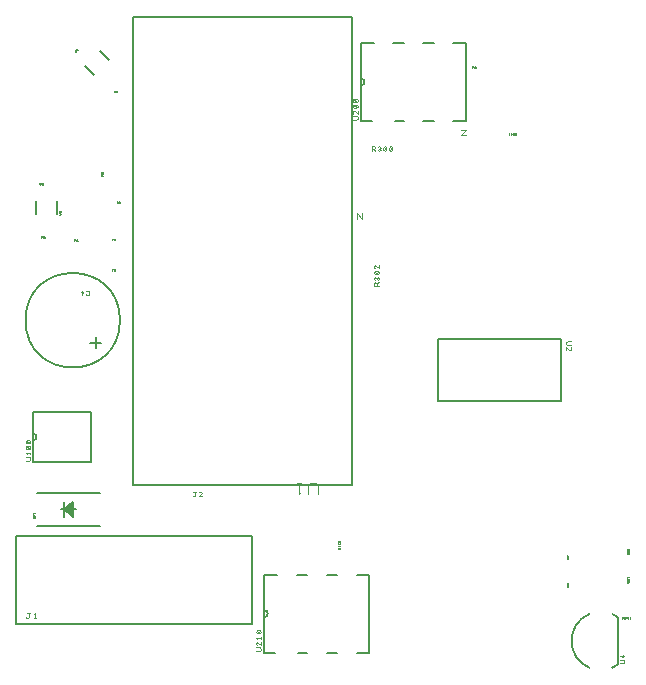
<source format=gbr>
%FSLAX35Y35*%
%MOIN*%
G04 EasyPC Gerber Version 18.0.8 Build 3632 *
%ADD94C,0.00039*%
%ADD96C,0.00040*%
%ADD138C,0.00079*%
%ADD97C,0.00080*%
%ADD98C,0.00100*%
%ADD95C,0.00197*%
%ADD137C,0.00300*%
%ADD99C,0.00500*%
%ADD92C,0.00600*%
X0Y0D02*
D02*
D92*
X4865Y128587D02*
G75*
G03X36365I15750D01*
G01*
G75*
G03X4865I-15750*
G01*
X7346Y88411D02*
G75*
G03Y90811J1200D01*
G01*
Y97861D02*
Y81361D01*
X7411D02*
X26702D01*
X8528Y168276D02*
Y164096D01*
X8861Y60095D02*
X29661D01*
X15428Y164096D02*
Y168276D01*
X17861Y68095D02*
Y63095D01*
X20861Y63595D02*
X17861Y65595D01*
X20861Y64095*
Y64595D02*
X17861Y65595D01*
X20861Y65095*
Y67095D02*
X17861Y65595D01*
X20861Y66595*
Y67595D02*
X17861Y65595D01*
X20861Y68095*
Y63095*
X17861Y65595*
X20861Y66095*
X21861Y65595D02*
X16861D01*
X24793Y213453D02*
X27748Y210497D01*
X26702Y97861D02*
X7411D01*
X26846Y81361D02*
Y97861D01*
X28296Y119178D02*
Y123115D01*
X29661Y71095D02*
X8861D01*
X30167Y121146D02*
X26348D01*
X32627Y215376D02*
X29671Y218331D01*
X84399Y29592D02*
G75*
G03Y31992J1200D01*
G01*
X88597Y43792D02*
X84399D01*
Y17792*
X88039*
X95759D02*
X98597D01*
Y43792D02*
X95200D01*
X105200Y17792D02*
X108597D01*
Y43792D02*
X105200D01*
X115200D02*
X119399D01*
Y17792*
X115200*
X116682Y206757D02*
G75*
G03Y209157J1200D01*
G01*
X120881Y220957D02*
X116682D01*
Y194957*
X120322*
X128042D02*
X130881D01*
Y220957D02*
X127484D01*
X137484Y194957D02*
X140881D01*
Y220957D02*
X137484D01*
X147484D02*
X151682D01*
Y194957*
X147484*
X192813Y30692D02*
G75*
G03X192813Y12743I3810J-8975D01*
G01*
X200433D02*
G75*
G03X202373Y13843I-3810J8974D01*
G01*
X202373Y29591*
G75*
G03X200433Y30692I-5750J-7873*
G01*
D02*
D94*
X7814Y63056D02*
X7863Y63007D01*
X7913Y62908*
Y62761*
X7863Y62662*
X7814Y62613*
X7716Y62564*
X7519*
X7420Y62613*
X7371Y62662*
X7322Y62761*
Y62908*
X7371Y63007*
X7420Y63056*
X7913Y63351D02*
X7322D01*
Y63696*
X7371Y63794*
X7470Y63843*
X7568Y63794*
X7617Y63696*
Y63351*
Y63696D02*
X7913Y63843D01*
Y64237D02*
Y64434D01*
Y64335D02*
X7322D01*
X7420Y64237*
X9970Y173932D02*
X9920Y173883D01*
X9822Y173833*
X9674*
X9576Y173883*
X9527Y173932*
X9478Y174030*
Y174227*
X9527Y174326*
X9576Y174375*
X9674Y174424*
X9822*
X9920Y174375*
X9970Y174326*
X10659Y173833D02*
X10265D01*
X10609Y174178*
X10659Y174276*
X10609Y174375*
X10511Y174424*
X10363*
X10265Y174375*
X10107Y156117D02*
Y156707D01*
X10452*
X10550Y156658*
X10600Y156560*
X10550Y156461*
X10452Y156412*
X10107*
X10452D02*
X10600Y156117D01*
X10895Y156265D02*
X10944Y156363D01*
X11043Y156412*
X11141*
X11239Y156363*
X11289Y156265*
X11239Y156166*
X11141Y156117*
X11043*
X10944Y156166*
X10895Y156265*
Y156412*
X10944Y156560*
X11043Y156658*
X11141Y156707*
X15964Y163824D02*
X16407D01*
X16505Y163873*
X16554Y163971*
Y164168*
X16505Y164267*
X16407Y164316*
X15964*
X16505Y164611D02*
X16554Y164709D01*
Y164857*
X16505Y164956*
X16407Y165005*
X16357*
X16259Y164956*
X16210Y164857*
Y164611*
X15964*
Y165005*
X21131Y154936D02*
Y155526D01*
X21476*
X21574Y155477*
X21623Y155379*
X21574Y155280*
X21476Y155231*
X21131*
X21476D02*
X21623Y154936D01*
X22017D02*
X22214D01*
X22115D02*
Y155526D01*
X22017Y155428*
X21813Y218472D02*
Y218402D01*
X21778Y218298*
X21673Y218193*
X21569Y218158*
X21499*
X21395Y218193*
X21256Y218332*
X21221Y218437*
Y218506*
X21256Y218611*
X21360Y218715*
X21465Y218750*
X21534*
X22161Y218680D02*
X22300Y218820D01*
X22230Y218750D02*
X21813Y219168D01*
Y219028*
X30708Y176717D02*
X30117D01*
Y177062*
X30167Y177160*
X30265Y177209*
X30363Y177160*
X30413Y177062*
Y176717*
Y177062D02*
X30708Y177209D01*
X30659Y177505D02*
X30708Y177603D01*
Y177751*
X30659Y177849*
X30560Y177898*
X30511*
X30413Y177849*
X30363Y177751*
Y177505*
X30117*
Y177898*
X34320Y204542D02*
Y205133D01*
X34665*
X34763Y205083*
X34812Y204985*
X34763Y204887*
X34665Y204837*
X34320*
X34665D02*
X34812Y204542D01*
X35501D02*
X35107D01*
X35452Y204887*
X35501Y204985*
X35452Y205083*
X35354Y205133*
X35206*
X35107Y205083*
X34714Y145743D02*
Y145152D01*
X34369*
X34271Y145202*
X34222Y145300*
X34271Y145398*
X34369Y145448*
X34714*
X34369D02*
X34222Y145743D01*
X33877Y145694D02*
X33779Y145743D01*
X33680*
X33582Y145694*
X33533Y145595*
X33582Y145497*
X33680Y145448*
X33779*
X33680D02*
X33582Y145398D01*
X33533Y145300*
X33582Y145202*
X33680Y145152*
X33779*
X33877Y145202*
X34714Y155782D02*
Y155192D01*
X34369*
X34271Y155241*
X34222Y155339*
X34271Y155438*
X34369Y155487*
X34714*
X34369D02*
X34222Y155782D01*
X33680D02*
Y155192D01*
X33926Y155585*
X33533*
X108995Y55064D02*
X109586D01*
Y54719*
X109537Y54621*
X109438Y54572*
X109340Y54621*
X109291Y54719*
Y55064*
Y54719D02*
X108995Y54572D01*
Y53883D02*
Y54276D01*
X109340Y53932*
X109438Y53883*
X109537Y53932*
X109586Y54030*
Y54178*
X109537Y54276*
X108995Y53391D02*
Y53194D01*
Y53292D02*
X109586D01*
X109487Y53391*
X109044Y52652D02*
X108995Y52554D01*
Y52456*
X109044Y52357*
X109143Y52308*
X109438*
X109537Y52357*
X109586Y52456*
Y52554*
X109537Y52652*
X109438Y52702*
X109143*
X109044Y52652*
X109537Y52357*
X153808Y212613D02*
Y213204D01*
X154153*
X154251Y213154*
X154300Y213056*
X154251Y212957*
X154153Y212908*
X153808*
X154153D02*
X154300Y212613D01*
X154743D02*
X154842Y212662D01*
X154940Y212761*
X154989Y212908*
Y213056*
X154940Y213154*
X154842Y213204*
X154743*
X154645Y213154*
X154596Y213056*
X154645Y212957*
X154743Y212908*
X154842*
X154940Y212957*
X154989Y213056*
X185826Y39709D02*
X185235D01*
Y40054*
X185285Y40152*
X185383Y40202*
X185481Y40152*
X185531Y40054*
Y39709*
Y40054D02*
X185826Y40202D01*
X185531Y40644D02*
Y40743D01*
X185481Y40841*
X185383Y40891*
X185285Y40841*
X185235Y40743*
Y40644*
X185285Y40546*
X185383Y40497*
X185481Y40546*
X185531Y40644*
X185580Y40546*
X185678Y40497*
X185777Y40546*
X185826Y40644*
Y40743*
X185777Y40841*
X185678Y40891*
X185580Y40841*
X185531Y40743*
X185826Y49158D02*
X185235D01*
Y49503*
X185285Y49601*
X185383Y49650*
X185481Y49601*
X185531Y49503*
Y49158*
Y49503D02*
X185826Y49650D01*
Y49946D02*
X185235Y50339D01*
Y49946*
X203808Y29148D02*
Y29739D01*
X204153*
X204251Y29690*
X204300Y29591*
X204251Y29493*
X204153Y29444*
X203808*
X204153D02*
X204300Y29148D01*
X204645Y29198D02*
X204743Y29148D01*
X204842*
X204940Y29198*
X204989Y29296*
X204940Y29394*
X204842Y29444*
X204743*
X204842D02*
X204940Y29493D01*
X204989Y29591*
X204940Y29690*
X204842Y29739*
X204743*
X204645Y29690*
X205432Y29198D02*
X205531Y29148D01*
X205629*
X205728Y29198*
X205777Y29296*
Y29591*
X205728Y29690*
X205629Y29739*
X205531*
X205432Y29690*
X205383Y29591*
Y29296*
X205432Y29198*
X205728Y29690*
X206269Y29148D02*
X206466D01*
X206367D02*
Y29739D01*
X206269Y29641*
D02*
D95*
X5014Y81737D02*
X6121D01*
X6367Y81860*
X6490Y82106*
Y82598*
X6367Y82844*
X6121Y82967*
X5014*
X6490Y83952D02*
Y84444D01*
Y84198D02*
X5014D01*
X5260Y83952*
X6367Y85797D02*
X6490Y86043D01*
Y86289*
X6367Y86535*
X6121Y86658*
X5383*
X5137Y86535*
X5014Y86289*
Y86043*
X5137Y85797*
X5383Y85674*
X6121*
X6367Y85797*
X5137Y86535*
X6367Y87766D02*
X6490Y88012D01*
Y88258*
X6367Y88504*
X6121Y88627*
X5383*
X5137Y88504*
X5014Y88258*
Y88012*
X5137Y87766*
X5383Y87643*
X6121*
X6367Y87766*
X5137Y88504*
X24920Y138208D02*
X25043Y138331D01*
X25289Y138454*
X25659*
X25905Y138331*
X26028Y138208*
X26151Y137962*
Y137470*
X26028Y137224*
X25905Y137101*
X25659Y136978*
X25289*
X25043Y137101*
X24920Y137224*
X23567Y138454D02*
Y136978D01*
X24182Y137962*
X23198*
X60600Y70148D02*
X60723Y70024D01*
X60969Y69902*
X61215Y70024*
X61338Y70148*
Y71378*
X61584*
X61338D02*
X60846D01*
X63552Y69902D02*
X62568D01*
X63430Y70763*
X63552Y71009*
X63430Y71255*
X63183Y71378*
X62814*
X62568Y71255*
X81785Y18292D02*
X82893D01*
X83139Y18415*
X83262Y18661*
Y19154*
X83139Y19400*
X82893Y19522*
X81785*
X83262Y21245D02*
Y20261D01*
X82401Y21122*
X82155Y21245*
X81909Y21122*
X81785Y20876*
Y20507*
X81909Y20261*
X83262Y22475D02*
Y22967D01*
Y22721D02*
X81785D01*
X82031Y22475*
X83139Y24321D02*
X83262Y24567D01*
Y24813*
X83139Y25059*
X82893Y25182*
X82155*
X81909Y25059*
X81785Y24813*
Y24567*
X81909Y24321*
X82155Y24198*
X82893*
X83139Y24321*
X81909Y25059*
X114069Y195457D02*
X115176D01*
X115422Y195581*
X115545Y195827*
Y196319*
X115422Y196565*
X115176Y196688*
X114069*
X115545Y198410D02*
Y197426D01*
X114684Y198287*
X114438Y198410*
X114192Y198287*
X114069Y198041*
Y197672*
X114192Y197426*
X115422Y199518D02*
X115545Y199764D01*
Y200010*
X115422Y200256*
X115176Y200379*
X114438*
X114192Y200256*
X114069Y200010*
Y199764*
X114192Y199518*
X114438Y199394*
X115176*
X115422Y199518*
X114192Y200256*
X115422Y201486D02*
X115545Y201732D01*
Y201978*
X115422Y202224*
X115176Y202347*
X114438*
X114192Y202224*
X114069Y201978*
Y201732*
X114192Y201486*
X114438Y201363*
X115176*
X115422Y201486*
X114192Y202224*
X120245Y185059D02*
Y186535D01*
X121107*
X121353Y186412*
X121476Y186166*
X121353Y185920*
X121107Y185797*
X120245*
X121107D02*
X121476Y185059D01*
X122337Y185182D02*
X122583Y185059D01*
X122829*
X123075Y185182*
X123198Y185428*
X123075Y185674*
X122829Y185797*
X122583*
X122829D02*
X123075Y185920D01*
X123198Y186166*
X123075Y186412*
X122829Y186535*
X122583*
X122337Y186412*
X124306Y185182D02*
X124552Y185059D01*
X124798*
X125044Y185182*
X125167Y185428*
Y186166*
X125044Y186412*
X124798Y186535*
X124552*
X124306Y186412*
X124182Y186166*
Y185428*
X124306Y185182*
X125044Y186412*
X126274Y185182D02*
X126520Y185059D01*
X126766*
X127012Y185182*
X127135Y185428*
Y186166*
X127012Y186412*
X126766Y186535*
X126520*
X126274Y186412*
X126151Y186166*
Y185428*
X126274Y185182*
X127012Y186412*
X122632Y140005D02*
X121156D01*
Y140866*
X121279Y141112*
X121525Y141235*
X121771Y141112*
X121894Y140866*
Y140005*
Y140866D02*
X122632Y141235D01*
X122509Y142096D02*
X122632Y142343D01*
Y142589*
X122509Y142835*
X122263Y142957*
X122017Y142835*
X121894Y142589*
Y142343*
Y142589D02*
X121771Y142835D01*
X121525Y142957*
X121279Y142835*
X121156Y142589*
Y142343*
X121279Y142096*
X122509Y144065D02*
X122632Y144311D01*
Y144557*
X122509Y144803*
X122263Y144926*
X121525*
X121279Y144803*
X121156Y144557*
Y144311*
X121279Y144065*
X121525Y143942*
X122263*
X122509Y144065*
X121279Y144803*
X122632Y146894D02*
Y145910D01*
X121771Y146772*
X121525Y146894*
X121279Y146772*
X121156Y146526*
Y146156*
X121279Y145910*
X186658Y121580D02*
X185550D01*
X185304Y121456*
X185181Y121210*
Y120718*
X185304Y120472*
X185550Y120349*
X186658*
X185181Y118627D02*
Y119611D01*
X186043Y118750*
X186289Y118627*
X186535Y118750*
X186658Y118996*
Y119365*
X186535Y119611*
X203045Y14217D02*
X204153D01*
X204399Y14341*
X204522Y14587*
Y15079*
X204399Y15325*
X204153Y15448*
X203045*
X204522Y16801D02*
X203045D01*
X204030Y16186*
Y17170*
D02*
D96*
X205891Y42898D02*
X205516D01*
Y42586*
Y42398D02*
X205891D01*
Y42086*
X205704Y42148D02*
Y42398D01*
X205516D02*
Y42086D01*
Y41898D02*
X205891D01*
Y41711*
X205860Y41648*
X205829Y41617*
X205766Y41586*
X205641*
X205579Y41617*
X205548Y41648*
X205516Y41711*
Y41898*
Y41148D02*
Y41398D01*
X205735Y41180*
X205798Y41148*
X205860Y41180*
X205891Y41242*
Y41336*
X205860Y41398*
X205891Y52347D02*
X205516D01*
Y52035*
Y51847D02*
X205891D01*
Y51535*
X205704Y51597D02*
Y51847D01*
X205516D02*
Y51535D01*
Y51347D02*
X205891D01*
Y51160*
X205860Y51097*
X205829Y51066*
X205766Y51035*
X205641*
X205579Y51066*
X205548Y51097*
X205516Y51160*
Y51347*
Y50785D02*
Y50660D01*
Y50722D02*
X205891D01*
X205829Y50785*
D02*
D97*
X168296Y190889D02*
X168234Y191015D01*
X168109Y191077*
X167859*
X167734Y191015*
X167671Y190889*
X167734Y190765*
X167859Y190702*
X168109*
X168234Y190639*
X168296Y190515*
X168234Y190389*
X168109Y190327*
X167859*
X167734Y190389*
X167671Y190515*
X167296Y190327D02*
X167234Y191077D01*
X166984Y190702*
X166734Y191077*
X166671Y190327*
X166171Y191077D02*
X165921D01*
X166046D02*
Y190327D01*
X166171Y190452*
D02*
D98*
X5009Y29546D02*
X5165Y29390D01*
X5478Y29233*
X5790Y29390*
X5946Y29546*
Y31108*
X6259*
X5946D02*
X5322D01*
X7822Y29233D02*
X8446D01*
X8134D02*
Y31108D01*
X7822Y30796*
X115521Y162324D02*
Y164199D01*
X117083Y162324*
Y164199*
X149970Y192152D02*
X151532D01*
X149970Y190277*
X151532*
D02*
D99*
X1741Y27209D02*
Y56737D01*
X80481*
Y27209*
X1741*
Y56737*
X80481*
Y27209*
X1741*
X113552Y229572D02*
X40718D01*
Y73666*
X113552*
Y229572*
X142332Y122485D02*
Y101580D01*
X183237*
Y122485*
X142332*
D02*
D137*
X102253Y70672D02*
Y73484D01*
X101941Y74109*
X101316Y74422*
X100066*
X99441Y74109*
X99128Y73484*
Y70672*
X96628Y74422D02*
X95378D01*
X96003D02*
Y70672D01*
X96628Y71296*
D02*
D138*
X35895Y168105D02*
X35944Y168154D01*
X36043Y168204*
X36190*
X36289Y168154*
X36338Y168105*
X36387Y168007*
Y167810*
X36338Y167711*
X36289Y167662*
X36190Y167613*
X36043*
X35944Y167662*
X35895Y167711*
X35550Y168154D02*
X35452Y168204D01*
X35354*
X35255Y168154*
X35206Y168056*
X35255Y167957*
X35354Y167908*
X35452*
X35354D02*
X35255Y167859D01*
X35206Y167761*
X35255Y167662*
X35354Y167613*
X35452*
X35550Y167662*
X0Y0D02*
M02*

</source>
